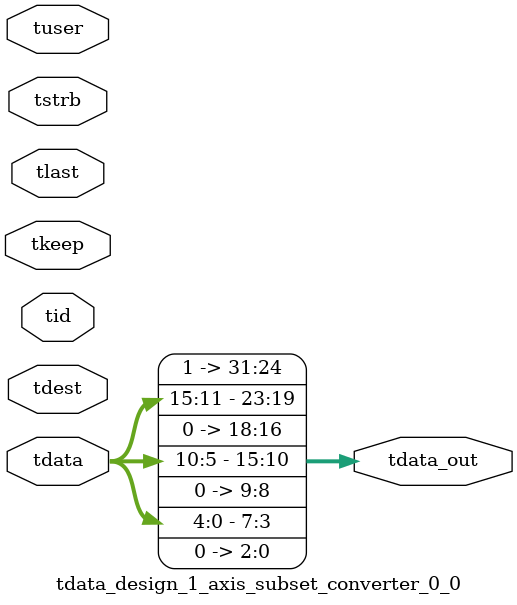
<source format=v>


`timescale 1ps/1ps

module tdata_design_1_axis_subset_converter_0_0 #
(
parameter C_S_AXIS_TDATA_WIDTH = 32,
parameter C_S_AXIS_TUSER_WIDTH = 0,
parameter C_S_AXIS_TID_WIDTH   = 0,
parameter C_S_AXIS_TDEST_WIDTH = 0,
parameter C_M_AXIS_TDATA_WIDTH = 32
)
(
input  [(C_S_AXIS_TDATA_WIDTH == 0 ? 1 : C_S_AXIS_TDATA_WIDTH)-1:0     ] tdata,
input  [(C_S_AXIS_TUSER_WIDTH == 0 ? 1 : C_S_AXIS_TUSER_WIDTH)-1:0     ] tuser,
input  [(C_S_AXIS_TID_WIDTH   == 0 ? 1 : C_S_AXIS_TID_WIDTH)-1:0       ] tid,
input  [(C_S_AXIS_TDEST_WIDTH == 0 ? 1 : C_S_AXIS_TDEST_WIDTH)-1:0     ] tdest,
input  [(C_S_AXIS_TDATA_WIDTH/8)-1:0 ] tkeep,
input  [(C_S_AXIS_TDATA_WIDTH/8)-1:0 ] tstrb,
input                                                                    tlast,
output [C_M_AXIS_TDATA_WIDTH-1:0] tdata_out
);

assign tdata_out = {8'b11111111,tdata[15:11],3'b000,tdata[10:5],2'b00,tdata[4:0],3'b000};

endmodule


</source>
